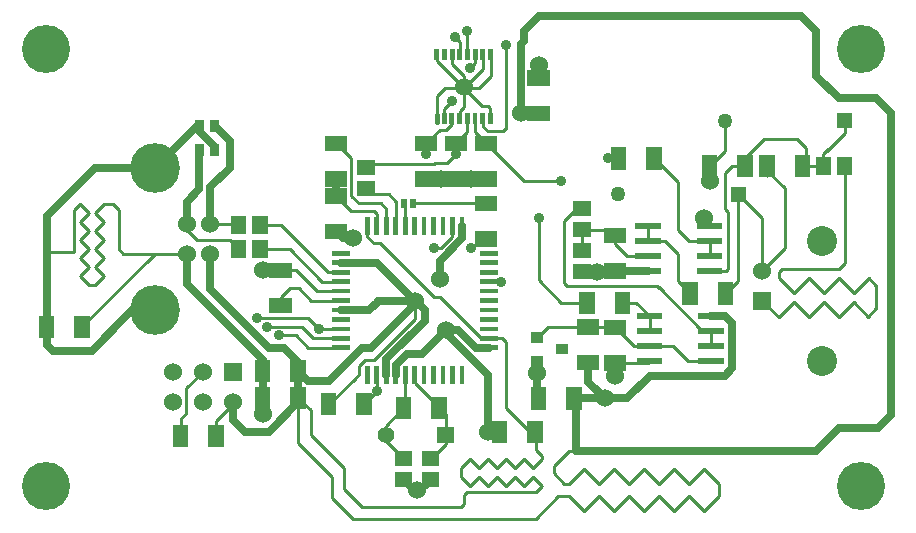
<source format=gbr>
G04 start of page 2 for group 0 idx 0 *
G04 Title: (unknown), top *
G04 Creator: pcb 1.99z *
G04 CreationDate: Thu 26 Sep 2013 01:10:09 AM GMT UTC *
G04 For: commonadmin *
G04 Format: Gerber/RS-274X *
G04 PCB-Dimensions: 600000 500000 *
G04 PCB-Coordinate-Origin: lower left *
%MOIN*%
%FSLAX25Y25*%
%LNTOP*%
%ADD36C,0.0380*%
%ADD35C,0.0905*%
%ADD34C,0.0280*%
%ADD33C,0.0300*%
%ADD32C,0.0810*%
%ADD31C,0.1190*%
%ADD30C,0.0200*%
%ADD29C,0.0350*%
%ADD28C,0.1600*%
%ADD27C,0.0360*%
%ADD26R,0.0200X0.0200*%
%ADD25R,0.0340X0.0340*%
%ADD24R,0.0197X0.0197*%
%ADD23R,0.0160X0.0160*%
%ADD22C,0.0160*%
%ADD21R,0.0157X0.0157*%
%ADD20R,0.0512X0.0512*%
%ADD19R,0.0295X0.0295*%
%ADD18C,0.0550*%
%ADD17C,0.1660*%
%ADD16C,0.1000*%
%ADD15C,0.0600*%
%ADD14C,0.0500*%
%ADD13C,0.0001*%
%ADD12C,0.0250*%
%ADD11C,0.0100*%
G54D11*X161400Y159600D02*Y154900D01*
X158900Y159600D02*Y156900D01*
X157000Y155000D01*
X153700Y163700D02*Y159600D01*
X156300Y167400D02*Y159600D01*
X153700Y163700D02*X152000Y165400D01*
X152250Y165150D01*
G54D12*X174000Y163000D02*X175000Y164000D01*
Y167500D02*Y164000D01*
G54D11*X156100Y147600D02*X161100Y142600D01*
X157100Y148600D02*X160100D01*
X163900Y141800D02*Y138400D01*
Y141800D02*X163100Y142600D01*
X161100D02*X163100D01*
G54D12*X174000Y140000D02*X180000D01*
G54D11*X146100Y159600D02*Y157600D01*
X154100Y149600D01*
X151200Y159600D02*Y156500D01*
X155100Y152600D02*X151200Y156500D01*
X148900Y148600D02*X153400D01*
X164000Y152500D02*X160100Y148600D01*
X156100Y149600D02*X161400Y154900D01*
X155100Y152600D02*Y150600D01*
X157200Y148600D02*X157000D01*
X156900D02*X156800D01*
X164000Y159600D02*Y152500D01*
X169000Y134900D02*Y162900D01*
Y134900D02*X168900D01*
G54D12*X174000Y140000D02*Y163000D01*
G54D11*X142500Y126500D02*Y130000D01*
X147000Y134500D02*X142500Y130000D01*
X152500Y126500D02*Y130000D01*
X151100Y136600D02*X149000Y134500D01*
X147000D01*
X156300Y133800D02*X152500Y130000D01*
X151100Y138400D02*Y136600D01*
X156300Y138400D02*Y133800D01*
X158800Y138400D02*Y133700D01*
X161400Y138400D02*Y135600D01*
X163000Y134000D02*X161400Y135600D01*
X158800Y133700D02*X162500Y130000D01*
X168900Y134900D02*X168000Y134000D01*
X163000D01*
X175000Y117500D02*X162500Y130000D01*
G54D12*X162310Y118000D02*X162500Y118190D01*
G54D11*X152500Y126500D02*X149500Y123500D01*
X145500D01*
X145000Y123000D01*
G54D12*X162310Y118000D02*X152690D01*
X152500Y118190D01*
X152310Y118000D02*X152500Y118190D01*
G54D11*X146000Y145700D02*X148900Y148600D01*
X146000Y145700D02*Y144400D01*
X155100Y148700D02*Y142100D01*
X153700Y140700D02*X155100Y142100D01*
X146000Y144500D02*Y138400D01*
X153700Y140700D02*Y138400D01*
X151000Y144000D02*X150100D01*
X148600Y138400D02*Y141600D01*
X151000Y144000D01*
X169000Y24900D02*X166000Y21900D01*
X163000Y24900D01*
X160000Y21900D01*
X157000Y24900D01*
X154000Y21900D01*
Y18900D01*
X157000Y15900D01*
X160000Y18900D01*
X163000Y15900D01*
X166000Y18900D01*
X169000Y15900D01*
X179000Y13900D02*X156000D01*
X155000Y12900D01*
Y9900D01*
X178000Y21900D02*X175000Y24900D01*
X172000Y21900D01*
X169000Y24900D01*
Y15900D02*X172000Y18900D01*
X175000Y15900D01*
X178000Y18900D01*
X181000Y15900D01*
X179000Y13900D01*
X178000Y21900D02*X181000Y24900D01*
Y25900D01*
X179000Y27900D01*
Y33710D01*
X190000Y12500D02*X195000Y7500D01*
X200000Y12500D01*
X205000Y7500D01*
X210000Y12500D01*
X215000Y7500D01*
X190000Y12500D02*X186600D01*
X179000Y4900D02*X186600Y12500D01*
X210000Y16500D02*X205000Y21500D01*
X200000Y16500D01*
X195000Y21500D01*
X190000Y16500D01*
X188500D01*
X185000Y20000D01*
Y22500D01*
X190000Y27500D02*X185000Y22500D01*
X192500Y27500D02*X190000D01*
G54D12*X192500D02*Y44310D01*
X191810Y45000D01*
G54D11*X179000Y33710D02*X178810Y33900D01*
X177000D01*
X169000Y41900D01*
G54D12*X167000Y33900D02*Y35900D01*
G54D11*X169000Y41900D02*Y63900D01*
X163370Y65049D02*X167851D01*
X169000Y63900D02*X167851Y65049D01*
G54D12*X179500Y45500D02*X180000Y45000D01*
X179500Y57500D02*Y45500D01*
G54D11*X183010Y68810D02*X179500Y65300D01*
G54D12*X209500Y45000D02*X191810D01*
X196500Y50500D02*X202000Y45000D01*
X196500Y57000D02*Y50500D01*
G54D11*X205058Y68810D02*X183010D01*
G54D12*X205500Y56859D02*X205485Y56874D01*
G54D11*X206111Y57500D02*X205485Y56874D01*
X205058Y68810D02*X205184Y68684D01*
G54D12*X205500Y52500D02*Y56859D01*
G54D11*X211669Y62500D02*X205485Y68684D01*
X204794D01*
X215000Y7500D02*X220000Y12500D01*
X225000Y7500D01*
X230000Y12500D01*
X235000Y7500D01*
X240000Y12500D01*
Y16500D02*X235000Y21500D01*
X230000Y16500D01*
X240000Y12500D02*Y16500D01*
X230000D02*X225000Y21500D01*
X220000Y16500D01*
X215000Y21500D01*
X210000Y16500D01*
G54D12*X293000Y35000D02*X297500Y39500D01*
X280000Y35000D02*X293000D01*
X272500Y27500D02*X280000Y35000D01*
X192500Y27500D02*X272500D01*
X242000Y72500D02*X237500D01*
X244500Y70000D02*X242000Y72500D01*
X244500Y55000D02*Y70000D01*
X242000Y52500D02*X244500Y55000D01*
G54D11*X237500Y57500D02*X229859D01*
X237500Y67500D02*Y62500D01*
G54D12*X217000Y52500D02*X242000D01*
X209500Y45000D02*X217000Y52500D01*
G54D11*X224859Y62500D02*X229859Y57500D01*
X211669Y62500D02*X224859D01*
X216375Y56874D02*X217000Y57500D01*
X205485Y56874D02*X216375D01*
X212626Y76874D02*X217000Y72500D01*
X207985Y76874D02*X212626D01*
G54D12*X180000Y172500D02*X175000Y167500D01*
X267500Y172500D02*X180000D01*
X272500Y167500D02*X267500Y172500D01*
X272500Y152500D02*Y167500D01*
X280000Y145000D02*X272500Y152500D01*
X292500Y145000D02*X280000D01*
X297500Y140000D02*X292500Y145000D01*
G54D11*X226500Y117000D02*X218500Y125000D01*
X248810Y122500D02*Y125310D01*
X242000Y127500D02*X237000Y122500D01*
X248810D02*X244500D01*
X242000Y120000D01*
Y137500D02*Y127500D01*
X187500Y117500D02*X175000D01*
X248810Y125310D02*X255000Y131500D01*
X258000D02*X255000D01*
X256190Y122500D02*Y119190D01*
Y122500D02*Y120810D01*
X274914Y126414D02*X276500Y128000D01*
X282000Y133500D02*X276000Y127500D01*
X282000Y137500D02*Y133500D01*
X274914Y122500D02*Y126414D01*
Y122500D02*X268000D01*
Y120500D01*
X274914Y122500D02*Y123414D01*
X266000Y131500D02*X257810D01*
X269000Y128500D02*X266000Y131500D01*
X269000Y122500D02*Y128500D01*
X260000Y87000D02*X261000Y88000D01*
X254500Y87500D02*X262000Y95000D01*
X260000Y85000D02*Y87000D01*
X265000Y80000D02*X260000Y85000D01*
X270000D02*X265000Y80000D01*
X261000Y88000D02*X280000D01*
X282000Y90000D01*
X275000Y80000D02*X270000Y85000D01*
X280000D02*X275000Y80000D01*
X285000D02*X280000Y85000D01*
X290000D02*X285000Y80000D01*
X290000Y85000D02*X292500Y82500D01*
Y75000D01*
X280000Y72000D02*X285000Y77000D01*
X292500Y75000D02*X289750Y72250D01*
X285000Y77000D01*
G54D12*X297500Y39500D02*Y140000D01*
G54D11*X275000Y77000D02*X280000Y72000D01*
X270000D02*X275000Y77000D01*
X265000D02*X270000Y72000D01*
X260000D02*X265000Y77000D01*
X254500Y77500D02*X260000Y72000D01*
X243000Y88000D02*Y107000D01*
X242500Y87500D02*X243000Y88000D01*
X237000Y87500D02*X242500D01*
X237000Y92500D02*Y97500D01*
X243000Y107000D02*X242000Y108000D01*
X254500Y105000D02*X246500Y113000D01*
X256190Y120810D02*X262000Y115000D01*
Y95000D01*
X282000Y90000D02*Y122500D01*
D03*
X254500Y87500D02*Y105000D01*
X246500Y113000D02*Y84190D01*
X226500Y101000D02*Y117000D01*
X230000Y97500D02*X226500Y101000D01*
X237000Y97500D02*X230000D01*
X242000Y120000D02*Y108000D01*
X188500Y104000D02*Y83500D01*
X192896Y108396D02*X188500Y104000D01*
X180000Y90000D02*Y105000D01*
X194500Y108396D02*X192896D01*
G54D12*X194422Y108474D02*X194500Y108396D01*
G54D11*X206690Y125000D02*X203000D01*
X194500Y94310D02*Y101310D01*
X246500Y84190D02*X242310Y80000D01*
X226500Y84000D02*X230500Y80000D01*
X234500Y67500D02*X220000Y82000D01*
X237500Y67500D02*X234500D01*
X226500Y93000D02*Y84000D01*
X222000Y97500D02*X226500Y93000D01*
X216500Y97500D02*X222000D01*
X216500D02*Y102500D01*
X217000Y72500D02*Y67500D01*
X219500Y82500D02*X220250Y81750D01*
G54D12*X216500Y87500D02*X194776D01*
X194500Y87224D01*
G54D11*X189500Y82500D02*X219500D01*
X205500Y99310D02*Y96500D01*
X203500Y101310D02*X205500Y99310D01*
X194500Y101310D02*X203500D01*
X209500Y92500D02*X205500Y96500D01*
X216500Y92500D02*X209500D01*
X188500Y83500D02*X189500Y82500D01*
X180000Y84500D02*Y90500D01*
X196175Y76874D02*X187626D01*
X180000Y84500D02*X187626Y76874D01*
X94000Y102900D02*X107000Y89900D01*
X102000Y94900D01*
X123000Y102270D02*X122937Y102333D01*
X125000Y107500D02*X117500D01*
X127500Y110000D02*X120000D01*
X117500Y112500D01*
X122937Y102333D02*Y98963D01*
X123500Y123000D02*X122500Y122000D01*
X124500Y113000D02*X122500Y115000D01*
X123914Y123500D02*X122500Y122086D01*
X123414Y123000D02*X122500Y122086D01*
G54D12*X112500Y112500D02*Y118190D01*
G54D11*X117500Y107500D02*X112500Y112500D01*
X117500D02*Y125000D01*
X112500Y130000D01*
G54D12*X118000Y98500D02*X114690D01*
X112500Y100690D01*
G54D11*X97000Y94900D02*X87086D01*
G54D12*X94000Y87710D02*X88000D01*
G54D11*X94000Y75900D02*Y78900D01*
G54D12*X90000Y61900D02*X95000D01*
X99810Y57090D01*
G54D11*X93500Y66000D02*X99000D01*
X89500Y68900D02*X101100D01*
X86000Y71900D02*X103100D01*
G54D12*X114000Y90247D02*X118653D01*
X119000D02*X126086D01*
G54D11*X122937Y98963D02*X125000Y96900D01*
X127000D01*
X109803Y87097D02*X106000Y90900D01*
X107952Y83948D02*X97000Y94900D01*
X104252Y77648D02*X100000Y81900D01*
X94102Y87608D02*X94000Y87710D01*
X99190D01*
X106102Y80798D01*
X94000Y78900D02*X97000Y81900D01*
X100000D01*
X132386Y102333D02*Y108286D01*
X126087Y102333D02*Y106413D01*
X129237Y102333D02*Y108263D01*
X126087Y106413D02*X125000Y107500D01*
X127500Y110000D02*X129237Y108263D01*
X132386Y108614D02*Y110614D01*
X130000Y113000D01*
X124500D01*
G54D12*X88000Y45200D02*Y55200D01*
Y54200D02*Y57900D01*
X99810Y45390D02*Y57090D01*
Y43900D02*Y43710D01*
X90000Y33900D01*
X82000D01*
X78000Y37900D01*
Y43900D01*
G54D11*Y43000D01*
X72500Y37500D01*
Y32500D02*Y37500D01*
X60690Y32500D02*Y38190D01*
X62500Y40000D01*
Y48400D01*
X68000Y53900D01*
G54D12*X52000Y121900D02*X32000D01*
G54D11*X35000Y97900D02*X32000Y100900D01*
X35000Y103900D01*
X32000Y106900D01*
X35000Y109900D01*
X38000D01*
X40000Y107900D02*Y94900D01*
G54D12*X32000Y121900D02*X16000Y105900D01*
G54D11*X25000Y93900D02*X16000D01*
X25000D02*Y107900D01*
X27000Y109900D01*
X30000Y106900D01*
X27000Y103900D01*
X30000Y100900D01*
X27000Y97900D01*
X30000Y94900D01*
X27000Y91900D01*
X35000D02*X32000Y94900D01*
X35000Y97900D01*
G54D12*X66882Y127900D02*Y114782D01*
X70500Y115400D02*X77000Y121900D01*
Y130900D01*
X72000Y135900D01*
Y127900D02*Y128900D01*
X66882Y135900D02*Y134018D01*
X72000Y128900D02*X66882Y134018D01*
Y135900D02*X66000D01*
X52000Y121900D01*
G54D11*X38000Y109900D02*X40000Y107900D01*
X41600Y93300D02*X40000Y94900D01*
G54D12*X70500Y93300D02*Y81400D01*
G54D11*X62700Y93300D02*X41600D01*
G54D12*X62700D02*Y83200D01*
Y103100D02*Y110600D01*
X70500Y103100D02*Y115400D01*
X66882Y114782D02*X62700Y110600D01*
G54D11*Y103100D02*Y101200D01*
X66000Y97900D01*
X77000D01*
X80000Y94900D01*
X70500Y103100D02*X79800D01*
X80000Y102900D01*
X87086D02*X94000D01*
G54D12*X70500Y81400D02*X90000Y61900D01*
X88000Y57900D02*X62700Y83200D01*
G54D11*X27000Y91900D02*X30000Y88900D01*
X32000D02*X35000Y91900D01*
X30000Y88900D02*X27000Y85900D01*
X30000Y82900D01*
X32000D01*
X35000Y85900D01*
X32000Y88900D01*
X27810Y68900D02*Y69110D01*
G54D12*X16000Y105900D02*Y62900D01*
X18000Y60900D01*
X31000D01*
G54D11*X27810Y69110D02*X52000Y93300D01*
G54D12*X31000Y60900D02*X42500Y72400D01*
X44600Y74500D02*X42250Y72150D01*
X52000Y74500D02*X44600D01*
G54D11*X126086Y52963D02*Y47396D01*
X110225Y43125D02*X119000Y51900D01*
X122000Y57900D02*X120000Y55900D01*
Y52900D01*
X118500Y51400D01*
G54D12*X121000Y61900D02*X110000Y50900D01*
X132385Y52963D02*Y56285D01*
X129236Y52963D02*Y58136D01*
X132385Y56285D02*X136000Y59900D01*
G54D11*X155000Y9900D02*X154000Y8900D01*
X121000D02*X154000D01*
X179000Y4900D02*X118000D01*
X115000Y21900D02*Y14900D01*
X121000Y8900D01*
X115000Y21900D02*X104000Y32900D01*
X111000Y18900D02*X99810Y30090D01*
X104000Y32900D02*Y41010D01*
X99810Y45200D02*Y30090D01*
X118000Y4900D02*X111000Y11900D01*
Y18900D01*
G54D12*X135000Y17900D02*X135960D01*
X138525Y14375D02*X135000Y17900D01*
X138525Y14375D02*X140475D01*
X144000Y17900D01*
G54D11*X135000Y24986D02*X129000Y30986D01*
Y35900D01*
X149000Y29986D02*X144000Y24986D01*
X149000Y29986D02*Y39710D01*
G54D12*X129236Y58136D02*X142000Y70900D01*
X136000Y59900D02*X141000D01*
X149000Y66900D02*X163000Y52900D01*
G54D11*X135535Y52963D02*Y42435D01*
X129000Y35900D02*X135535Y42435D01*
X138685Y52963D02*Y50025D01*
X149000Y39710D02*X138685Y50025D01*
X126086Y47396D02*X121815Y43125D01*
G54D12*X163000Y33900D02*Y52900D01*
X135433Y80900D02*X142000Y74333D01*
G54D11*X138685Y71585D02*Y78585D01*
G54D12*X142000Y70900D02*Y74333D01*
G54D11*X147000Y78900D02*X145000D01*
G54D12*X141000Y59900D02*X149000Y67900D01*
Y66900D01*
G54D11*X160851Y65049D02*X147000Y78900D01*
G54D12*X163370Y61900D02*X159000D01*
X149000Y67900D02*X153000D01*
X159000Y61900D02*X153000Y67900D01*
G54D11*X114000Y87097D02*X109803D01*
X114000Y83948D02*X107952D01*
G54D12*X114000Y74499D02*X123599D01*
G54D11*X114000Y80798D02*X106102D01*
X114000Y77648D02*X104252D01*
G54D12*X123599Y74499D02*X126717Y77617D01*
G54D11*X138685Y71585D02*X125000Y57900D01*
X122000D01*
G54D12*X138685Y76585D02*X124000Y61900D01*
X121000D01*
X126717Y77617D02*X126500Y77400D01*
X110000Y50900D02*X103110D01*
G54D11*X110005Y43125D02*X110225D01*
X104000Y41010D02*X99810Y45200D01*
G54D12*X103110Y50900D02*X99810Y54200D01*
G54D11*X114000Y61900D02*X103100D01*
X99000Y66000D02*X103100Y61900D01*
X114000Y65050D02*X104950D01*
X101100Y68900D01*
X114000Y68200D02*X106800D01*
X103100Y71900D02*X106800Y68200D01*
G54D12*X138717Y77617D02*X126717D01*
G54D11*X145000Y78900D02*X127000Y96900D01*
G54D12*X126086Y90247D02*X135217Y81117D01*
G54D11*X135536Y102333D02*Y109464D01*
X135000Y110000D01*
X163370Y83947D02*X167453D01*
X167500Y83900D01*
X162500Y98190D02*X160690D01*
X157500Y95000D01*
X161100Y111400D02*X162500Y110000D01*
D03*
G54D12*X154433Y102333D02*Y98333D01*
X147000Y90900D01*
Y84900D01*
G54D11*X151284Y98784D02*X147500Y95000D01*
X145000D01*
X151284Y102333D02*Y98784D01*
X138148Y110000D02*X162500D01*
X145000Y123000D02*X123414D01*
G54D12*X142690Y118000D02*X142500Y118190D01*
X142690Y118000D02*X152310D01*
G54D13*G36*
X244000Y115500D02*Y110500D01*
X249000D01*
Y115500D01*
X244000D01*
G37*
G54D14*X206500Y113000D03*
G54D13*G36*
X251500Y80500D02*Y74500D01*
X257500D01*
Y80500D01*
X251500D01*
G37*
G54D15*X254500Y87500D03*
G54D16*X274500Y97500D03*
Y57500D03*
G54D13*G36*
X279500Y140000D02*Y135000D01*
X284500D01*
Y140000D01*
X279500D01*
G37*
G54D14*X242000Y137500D03*
G54D13*G36*
X146250Y35650D02*Y30150D01*
X151750D01*
Y35650D01*
X146250D01*
G37*
G54D15*X62700Y93300D03*
Y103100D03*
X70500D03*
Y93300D03*
G54D17*X52000Y74500D03*
Y121900D03*
G54D18*X129000Y32900D03*
G54D13*G36*
X75000Y56900D02*Y50900D01*
X81000D01*
Y56900D01*
X75000D01*
G37*
G54D15*X78000Y43900D03*
X68000D03*
X58000D03*
X68000Y53900D03*
X58000D03*
G54D19*X72000Y128392D02*Y127408D01*
X66882Y128392D02*Y127408D01*
Y136392D02*Y135408D01*
X72000Y136392D02*Y135408D01*
G54D20*X88000Y55381D02*Y53019D01*
X99810Y55381D02*Y53019D01*
X88000Y46381D02*Y44019D01*
X72500Y33681D02*Y31319D01*
X60690Y33681D02*Y31319D01*
X99810Y46381D02*Y44019D01*
X92819Y87710D02*X95181D01*
X92819Y75900D02*X95181D01*
X80000Y95293D02*Y94507D01*
X87086Y95293D02*Y94507D01*
X80000Y103293D02*Y102507D01*
X87086Y103293D02*Y102507D01*
X110005Y44306D02*Y41944D01*
X121815Y44306D02*Y41944D01*
X134607Y17900D02*X135393D01*
X134607Y24986D02*X135393D01*
X135000Y43081D02*Y40719D01*
G54D21*X122937Y55176D02*Y50750D01*
X126086Y55176D02*Y50750D01*
X129236Y55176D02*Y50750D01*
X132385Y55176D02*Y50750D01*
X135535Y55176D02*Y50750D01*
X138685Y55176D02*Y50750D01*
X111787Y90247D02*X116213D01*
X111787Y87097D02*X116213D01*
X111787Y83948D02*X116213D01*
X111787Y80798D02*X116213D01*
X111787Y77648D02*X116213D01*
X111787Y74499D02*X116213D01*
X111787Y71349D02*X116213D01*
X111787Y68200D02*X116213D01*
X111787Y65050D02*X116213D01*
X111787Y61900D02*X116213D01*
G54D20*X16000Y70081D02*Y67719D01*
X27810Y70081D02*Y67719D01*
G54D22*X146000Y139500D02*Y137300D01*
G54D23*X148600Y139500D02*Y137300D01*
X151100Y139500D02*Y137300D01*
X153700Y139500D02*Y137300D01*
G54D20*X151319Y118190D02*X153681D01*
X151319Y130000D02*X153681D01*
G54D23*X156300Y139500D02*Y137300D01*
X158800Y139500D02*Y137300D01*
X161400Y139500D02*Y137300D01*
X163900Y139500D02*Y137300D01*
G54D20*X161319Y118190D02*X163681D01*
X161319Y130000D02*X163681D01*
G54D23*X164000Y160700D02*Y158500D01*
X161400Y160700D02*Y158500D01*
X158900Y160700D02*Y158500D01*
X156300Y160700D02*Y158500D01*
X153700Y160700D02*Y158500D01*
X151200Y160700D02*Y158500D01*
X148600Y160700D02*Y158500D01*
X146100Y160700D02*Y158500D01*
G54D20*X178819Y151810D02*X181181D01*
X178819Y140000D02*X181181D01*
G54D24*X135000Y110393D02*Y109607D01*
X138148Y110393D02*Y109607D01*
G54D20*X141319Y118190D02*X143681D01*
X141319Y130000D02*X143681D01*
X122107Y115000D02*X122893D01*
X122107Y122086D02*X122893D01*
X111319Y118190D02*X113681D01*
X111319Y130000D02*X113681D01*
X111319Y100690D02*X113681D01*
G54D21*X111787Y93396D02*X116213D01*
G54D20*X111319Y112500D02*X113681D01*
X161319Y110000D02*X163681D01*
X161319Y98190D02*X163681D01*
G54D21*X161157Y87096D02*X165583D01*
X161157Y90246D02*X165583D01*
X161157Y93396D02*X165583D01*
X154433Y104546D02*Y100120D01*
X151284Y104546D02*Y100120D01*
X148134Y104546D02*Y100120D01*
X144985Y104546D02*Y100120D01*
X141835Y104546D02*Y100120D01*
X138685Y104546D02*Y100120D01*
X135536Y104546D02*Y100120D01*
X132386Y104546D02*Y100120D01*
X129237Y104546D02*Y100120D01*
X126087Y104546D02*Y100120D01*
X122937Y104546D02*Y100120D01*
G54D20*X143607Y17900D02*X144393D01*
X143607Y24986D02*X144393D01*
X146810Y43081D02*Y40719D01*
G54D21*X141834Y55176D02*Y50750D01*
X144984Y55176D02*Y50750D01*
X148133Y55176D02*Y50750D01*
X151283Y55176D02*Y50750D01*
X154433Y55176D02*Y50750D01*
G54D20*X167000Y35081D02*Y32719D01*
X178810Y35081D02*Y32719D01*
X180000Y46181D02*Y43819D01*
X191810Y46181D02*Y43819D01*
G54D21*X161157Y61900D02*X165583D01*
X161157Y65049D02*X165583D01*
X161157Y68199D02*X165583D01*
X161157Y71348D02*X165583D01*
X161157Y74498D02*X165583D01*
X161157Y80797D02*X165583D01*
X161157Y83947D02*X165583D01*
X161157Y77648D02*X165583D01*
G54D20*X207985Y78055D02*Y75693D01*
X204304Y56874D02*X206666D01*
X204304Y68684D02*X206666D01*
X204319Y87500D02*X206681D01*
X204319Y99310D02*X206681D01*
X196175Y78055D02*Y75693D01*
X195319Y68810D02*X197681D01*
X195319Y57000D02*X197681D01*
X194107Y87224D02*X194893D01*
X194107Y94310D02*X194893D01*
X194107Y101310D02*X194893D01*
X194107Y108396D02*X194893D01*
G54D25*X179200Y65300D02*X179800D01*
X187400Y61400D02*X188000D01*
X179200Y57500D02*X179800D01*
G54D20*X218500Y126181D02*Y123819D01*
G54D26*X213250Y102500D02*X219750D01*
X213250Y97500D02*X219750D01*
X213250Y92500D02*X219750D01*
X213250Y87500D02*X219750D01*
G54D20*X206690Y126181D02*Y123819D01*
X237000Y123681D02*Y121319D01*
X248810Y123681D02*Y121319D01*
X256189Y123681D02*Y121319D01*
X267999Y123681D02*Y121319D01*
X274914Y122893D02*Y122107D01*
X282000Y122893D02*Y122107D01*
X230500Y81181D02*Y78819D01*
X242310Y81181D02*Y78819D01*
G54D26*X233750Y87500D02*X240250D01*
X233750Y92500D02*X240250D01*
X233750Y97500D02*X240250D01*
X233750Y102500D02*X240250D01*
X213750Y72500D02*X220250D01*
X234250D02*X240750D01*
X213750Y67500D02*X220250D01*
X234250D02*X240750D01*
X213750Y62500D02*X220250D01*
X213750Y57500D02*X220250D01*
X234250D02*X240750D01*
X234250Y62500D02*X240750D01*
G54D15*X138685Y77648D03*
X147000Y84900D03*
X149000Y67900D03*
G54D27*X145000Y95000D03*
G54D15*X163000Y33900D03*
G54D28*X15748Y15748D03*
X287402D03*
G54D15*X88000Y39900D03*
X139485Y14375D03*
G54D27*X126086Y47396D03*
G54D15*X202000Y45000D03*
X179500Y53500D03*
X205500Y52500D03*
X88000Y87710D03*
G54D27*X89500Y68900D03*
X93500Y66000D03*
X106800Y68200D03*
X86000Y71900D03*
X156300Y167400D03*
G54D28*X15748Y161417D03*
G54D27*X142500Y126500D03*
X151000Y144000D03*
G54D15*X147500Y118000D03*
G54D27*X152000Y165400D03*
X169000Y162900D03*
G54D28*X287402Y161417D03*
G54D27*X157000Y155000D03*
G54D15*X180000Y156000D03*
X118000Y98500D03*
X199500Y87324D03*
G54D27*X157500Y95000D03*
X167500Y83900D03*
X180000Y105000D03*
G54D15*X155100Y148700D03*
X174000Y140000D03*
G54D27*X152500Y126500D03*
X203000Y125000D03*
G54D15*X237000Y117500D03*
G54D27*X187500D03*
G54D15*X157500Y118000D03*
X235000Y105000D03*
G54D29*G54D30*G54D29*G54D31*G54D29*G54D30*G54D29*G54D30*G54D31*G54D30*G54D29*G54D30*G54D31*G54D30*G54D29*G54D30*G54D29*G54D30*G54D29*G54D30*G54D29*G54D30*G54D29*G54D32*G54D30*G54D33*G54D34*G54D35*G54D33*G54D36*M02*

</source>
